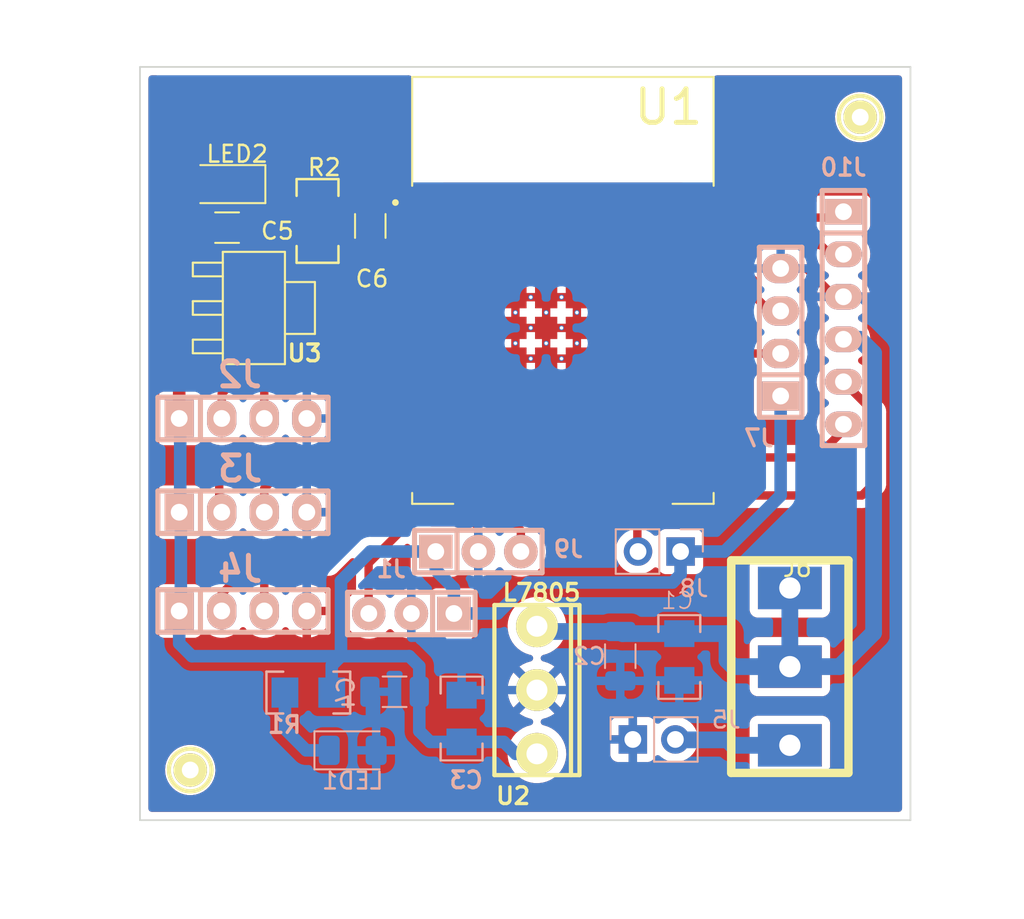
<source format=kicad_pcb>
(kicad_pcb (version 20211014) (generator pcbnew)
  (layers (0 "F.Cu" signal) (31 "B.Cu" signal) (34 "B.Paste" user) (35 "F.Paste" user) (36 "B.SilkS" user "B.Silkscreen") (37 "F.SilkS" user "F.Silkscreen") (38 "B.Mask" user) (39 "F.Mask" user) (44 "Edge.Cuts" user))
  (net 0 "")
  (net 1 "GND")
  (net 2 "+7.5V")
  (net 3 "+5V")
  (net 4 "+3V3")
  (net 5 "/Echo")
  (net 6 "/Trig1")
  (net 7 "/Echo2")
  (net 8 "/Trig2")
  (net 9 "/Echo3")
  (net 10 "/Trig3")
  (net 11 "/VBAT")
  (net 12 "/TX")
  (net 13 "/RX")
  (net 14 "/BOTON")
  (net 15 "/D0")
  (net 16 "/D0B")
  (net 17 "/IN4")
  (net 18 "/IN3")
  (net 19 "/IN2")
  (net 20 "/IN1")
  (net 21 "Net-(LED1-Pad1)")
  (net 22 "Net-(LED2-Pad1)")
  (net 40 "Net-(C6-Pad1)")
  (footprint "Capacitor_SMD:C_1206_3216Metric" (layer "F.Cu") (at 121.2 84.6)
    (fp_text reference "C5" (at 3 0.2 180) (layer "F.SilkS"))
    (fp_text value "100nF")
    (fp_line (start -0.711252 0.91) (end 0.711252 0.91) (layer "F.SilkS") (width 0.12))
    (fp_line (start -0.711252 -0.91) (end 0.711252 -0.91) (layer "F.SilkS") (width 0.12))
    (pad "1" smd roundrect (at -1.475 0) (size 1.15 1.8) (layers "F.Cu" "F.Paste" "F.Mask") (roundrect_rratio 0.2173913043) (net 1 "GND"))
    (pad "2" smd roundrect (at 1.475 0) (size 1.15 1.8) (layers "F.Cu" "F.Paste" "F.Mask") (roundrect_rratio 0.2173913043) (net 4 "+3V3"))
  )
  (footprint "Capacitor_SMD:C_1206_3216Metric" (layer "F.Cu") (at 129.75 84.5 90)
    (fp_text reference "C6" (at -3.15 0.1) (layer "F.SilkS"))
    (fp_text value "1uF")
    (fp_line (start -0.711252 0.91) (end 0.711252 0.91) (layer "F.SilkS") (width 0.12))
    (fp_line (start -0.711252 -0.91) (end 0.711252 -0.91) (layer "F.SilkS") (width 0.12))
    (pad "1" smd roundrect (at -1.475 0 90) (size 1.15 1.8) (layers "F.Cu" "F.Paste" "F.Mask") (roundrect_rratio 0.2173913043) (net 40 "Net-(C6-Pad1)"))
    (pad "2" smd roundrect (at 1.475 0 90) (size 1.15 1.8) (layers "F.Cu" "F.Paste" "F.Mask") (roundrect_rratio 0.2173913043) (net 1 "GND"))
  )
  (footprint "EESTN5:pad_2mm" (layer "F.Cu") (at 119 117)
    (fp_text reference "H2" hide)
    (fp_text value "Mounting_Hole" hide)
    (fp_circle (center 0 0) (end 1.27 -0.127) (layer "F.SilkS") (width 0.254) (fill none))
    (pad "1" thru_hole circle locked (at 0 0) (size 1.99898 1.99898) (drill 1.00076) (layers *.Cu *.Mask "F.SilkS"))
  )
  (footprint "EESTN5:SOT223" (layer "F.Cu") (at 122.8 89.4 -90)
    (fp_text reference "U3" (at 2.7 -3.025) (layer "F.SilkS") (effects (font (size 1.00076 1.00076) (thickness 0.20066))))
    (fp_text value "LM1117-SOT" hide)
    (fp_line (start -1.8923 3.6449) (end -1.8923 1.8542) (layer "F.SilkS") (width 0.127))
    (fp_line (start -0.4064 3.6449) (end -0.4064 1.8542) (layer "F.SilkS") (width 0.127))
    (fp_line (start 2.7051 3.6449) (end 2.7051 1.8542) (layer "F.SilkS") (width 0.127))
    (fp_line (start 3.3528 -1.8542) (end 3.3528 1.8542) (layer "F.SilkS") (width 0.127))
    (fp_line (start -3.3528 1.8542) (end -3.3528 -1.8542) (layer "F.SilkS") (width 0.127))
    (fp_line (start 0.4064 3.6449) (end 0.4064 1.8542) (layer "F.SilkS") (width 0.127))
    (fp_line (start -3.3528 -1.8542) (end 3.3528 -1.8542) (layer "F.SilkS") (width 0.127))
    (fp_line (start 1.8923 3.6449) (end 2.7051 3.6449) (layer "F.SilkS") (width 0.127))
    (fp_line (start 3.3528 1.8542) (end -3.3528 1.8542) (layer "F.SilkS") (width 0.127))
    (fp_line (start -2.7051 3.6449) (end -1.8923 3.6449) (layer "F.SilkS") (width 0.127))
    (fp_line (start -0.4064 3.6449) (end 0.4064 3.6449) (layer "F.SilkS") (width 0.127))
    (fp_line (start -1.5494 -3.6449) (end 1.5494 -3.6449) (layer "F.SilkS") (width 0.127))
    (fp_line (start -2.7051 3.6449) (end -2.7051 1.8542) (layer "F.SilkS") (width 0.127))
    (fp_line (start 1.5494 -3.6449) (end 1.5494 -1.8542) (layer "F.SilkS") (width 0.127))
    (fp_line (start 1.8923 3.6449) (end 1.8923 1.8542) (layer "F.SilkS") (width 0.127))
    (fp_line (start -1.5494 -3.6449) (end -1.5494 -1.8542) (layer "F.SilkS") (width 0.127))
    (pad "1" smd rect locked (at -2.3 3.3 270) (size 1 2.4) (layers "F.Cu" "F.Paste" "F.Mask") (net 1 "GND"))
    (pad "2" smd rect locked (at 0 3.3 270) (size 1 2.4) (layers "F.Cu" "F.Paste" "F.Mask") (net 4 "+3V3"))
    (pad "3" smd rect locked (at 2.3 3.3 270) (size 1 2.4) (layers "F.Cu" "F.Paste" "F.Mask") (net 3 "+5V"))
    (pad "4" smd rect locked (at 0 -3.15 270) (size 3.8 2.4) (layers "F.Cu" "F.Paste" "F.Mask") (net 4 "+3V3"))
  )
  (footprint "EESTN5:SW_SPDT_TH_Vertical" (layer "F.Cu") (at 154.8 110.825 180)
    (fp_text reference "J6" (at -0.45 5.875) (layer "F.SilkS"))
    (fp_text value "SWITCH" hide)
    (fp_line (start -3.5 -6.35) (end -3.5 6.35) (layer "F.SilkS") (width 0.5))
    (fp_line (start 3.5 -6.35) (end 3.5 6.35) (layer "F.SilkS") (width 0.508))
    (fp_line (start -3.5 6.35) (end 3.5 6.35) (layer "F.SilkS") (width 0.508))
    (fp_line (start 3.5 -6.35) (end -3.5 -6.35) (layer "F.SilkS") (width 0.5))
    (pad "1" thru_hole rect locked (at 0 -4.7 180) (size 3.81 2.54) (drill 1.27) (layers *.Cu *.Mask) (net 11 "/VBAT"))
    (pad "2" thru_hole rect locked (at 0 0 180) (size 3.81 2.54) (drill 1.27) (layers *.Cu *.Mask) (net 2 "+7.5V"))
    (pad "3" thru_hole rect locked (at 0 4.7 180) (size 3.81 2.54) (drill 1.27) (layers *.Cu *.Mask) (net 2 "+7.5V"))
  )
  (footprint "chip2:Chipesp32" (layer "F.Cu") (at 141.25 88.35)
    (fp_text reference "U1" (at 6.3 -10.95) (layer "F.SilkS") (effects (font (size 2 2) (thickness 0.3))))
    (fp_text value "ESP32-WROOM-32")
    (fp_line (start -9 12.1) (end -9 12.75) (layer "F.SilkS") (width 0.127))
    (fp_line (start 9 12.75) (end 9 12.1) (layer "F.SilkS") (width 0.127))
    (fp_line (start -9 12.75) (end -6.55 12.75) (layer "F.SilkS") (width 0.127))
    (fp_line (start -9 -12.75) (end 9 -12.75) (layer "F.SilkS") (width 0.127))
    (fp_line (start 9 -12.75) (end 9 -6.25) (layer "F.SilkS") (width 0.127))
    (fp_line (start -9 -6.25) (end -9 -12.75) (layer "F.SilkS") (width 0.127))
    (fp_line (start 6.55 12.75) (end 9 12.75) (layer "F.SilkS") (width 0.127))
    (fp_circle (center -10 -5.25) (end -9.9 -5.25) (layer "F.SilkS") (width 0.2) (fill none))
    (pad "1" smd rect locked (at -8.5 -5.26) (size 2 0.9) (layers "F.Cu" "F.Paste" "F.Mask") (net 1 "GND"))
    (pad "2" smd rect locked (at -8.5 -3.99) (size 2 0.9) (layers "F.Cu" "F.Paste" "F.Mask") (net 4 "+3V3"))
    (pad "3" smd rect locked (at -8.5 -2.72) (size 2 0.9) (layers "F.Cu" "F.Paste" "F.Mask") (net 40 "Net-(C6-Pad1)"))
    (pad "4" smd rect locked (at -8.5 -1.45) (size 2 0.9) (layers "F.Cu" "F.Paste" "F.Mask"))
    (pad "5" smd rect locked (at -8.5 -0.18) (size 2 0.9) (layers "F.Cu" "F.Paste" "F.Mask"))
    (pad "6" smd rect locked (at -8.5 1.09) (size 2 0.9) (layers "F.Cu" "F.Paste" "F.Mask") (net 5 "/Echo"))
    (pad "7" smd rect locked (at -8.5 2.36) (size 2 0.9) (layers "F.Cu" "F.Paste" "F.Mask"))
    (pad "8" smd rect locked (at -8.5 3.63) (size 2 0.9) (layers "F.Cu" "F.Paste" "F.Mask") (net 6 "/Trig1"))
    (pad "9" smd rect locked (at -8.5 4.9) (size 2 0.9) (layers "F.Cu" "F.Paste" "F.Mask") (net 7 "/Echo2"))
    (pad "10" smd rect locked (at -8.5 6.17) (size 2 0.9) (layers "F.Cu" "F.Paste" "F.Mask") (net 8 "/Trig2"))
    (pad "11" smd rect locked (at -8.5 7.44) (size 2 0.9) (layers "F.Cu" "F.Paste" "F.Mask") (net 9 "/Echo3"))
    (pad "12" smd rect locked (at -8.5 8.71) (size 2 0.9) (layers "F.Cu" "F.Paste" "F.Mask") (net 10 "/Trig3"))
    (pad "13" smd rect locked (at -8.5 9.98) (size 2 0.9) (layers "F.Cu" "F.Paste" "F.Mask"))
    (pad "14" smd rect locked (at -8.5 11.25) (size 2 0.9) (layers "F.Cu" "F.Paste" "F.Mask") (net 15 "/D0"))
    (pad "15" smd rect locked (at -5.715 12.25) (size 0.9 2) (layers "F.Cu" "F.Paste" "F.Mask") (net 1 "GND"))
    (pad "16" smd rect locked (at -4.445 12.25) (size 0.9 2) (layers "F.Cu" "F.Paste" "F.Mask") (net 16 "/D0B"))
    (pad "17" smd rect locked (at -3.175 12.25) (size 0.9 2) (layers "F.Cu" "F.Paste" "F.Mask"))
    (pad "18" smd rect locked (at -1.905 12.25) (size 0.9 2) (layers "F.Cu" "F.Paste" "F.Mask"))
    (pad "19" smd rect locked (at -0.635 12.25) (size 0.9 2) (layers "F.Cu" "F.Paste" "F.Mask"))
    (pad "20" smd rect locked (at 0.635 12.25) (size 0.9 2) (layers "F.Cu" "F.Paste" "F.Mask"))
    (pad "21" smd rect locked (at 1.905 12.25) (size 0.9 2) (layers "F.Cu" "F.Paste" "F.Mask"))
    (pad "22" smd rect locked (at 3.175 12.25) (size 0.9 2) (layers "F.Cu" "F.Paste" "F.Mask"))
    (pad "23" smd rect locked (at 4.445 12.25) (size 0.9 2) (layers "F.Cu" "F.Paste" "F.Mask") (net 14 "/BOTON"))
    (pad "24" smd rect locked (at 5.715 12.25) (size 0.9 2) (layers "F.Cu" "F.Paste" "F.Mask") (net 19 "/IN2"))
    (pad "25" smd rect locked (at 8.5 11.25) (size 2 0.9) (layers "F.Cu" "F.Paste" "F.Mask"))
    (pad "26" smd rect locked (at 8.5 9.98) (size 2 0.9) (layers "F.Cu" "F.Paste" "F.Mask") (net 20 "/IN1"))
    (pad "27" smd rect locked (at 8.5 8.71) (size 2 0.9) (layers "F.Cu" "F.Paste" "F.Mask"))
    (pad "28" smd rect locked (at 8.5 7.44) (size 2 0.9) (layers "F.Cu" "F.Paste" "F.Mask"))
    (pad "29" smd rect locked (at 8.5 6.17) (size 2 0.9) (layers "F.Cu" "F.Paste" "F.Mask"))
    (pad "30" smd rect locked (at 8.5 4.9) (size 2 0.9) (layers "F.Cu" "F.Paste" "F.Mask"))
    (pad "31" smd rect locked (at 8.5 3.63) (size 2 0.9) (layers "F.Cu" "F.Paste" "F.Mask"))
    (pad "32" smd rect locked (at 8.5 2.36) (size 2 0.9) (layers "F.Cu" "F.Paste" "F.Mask"))
    (pad "33" smd rect locked (at 8.5 1.09) (size 2 0.9) (layers "F.Cu" "F.Paste" "F.Mask"))
    (pad "34" smd rect locked (at 8.5 -0.18) (size 2 0.9) (layers "F.Cu" "F.Paste" "F.Mask") (net 13 "/RX"))
    (pad "35" smd rect locked (at 8.5 -1.45) (size 2 0.9) (layers "F.Cu" "F.Paste" "F.Mask") (net 12 "/TX"))
    (pad "36" smd rect locked (at 8.5 -2.72) (size 2 0.9) (layers "F.Cu" "F.Paste" "F.Mask") (net 18 "/IN3"))
    (pad "37" smd rect locked (at 8.5 -3.99) (size 2 0.9) (layers "F.Cu" "F.Paste" "F.Mask") (net 17 "/IN4"))
    (pad "38" smd rect locked (at 8.5 -5.26) (size 2 0.9) (layers "F.Cu" "F.Paste" "F.Mask") (net 1 "GND"))
    (pad "39_1" smd rect locked (at -2.835 0.405) (size 1.33 1.33) (layers "F.Cu" "F.Paste" "F.Mask") (net 1 "GND"))
    (pad "39_2" smd rect locked (at -1 0.405) (size 1.33 1.33) (layers "F.Cu" "F.Paste" "F.Mask") (net 1 "GND"))
    (pad "39_3" smd rect locked (at 0.835 0.405) (size 1.33 1.33) (layers "F.Cu" "F.Paste" "F.Mask") (net 1 "GND"))
    (pad "39_4" smd rect locked (at -2.835 2.24) (size 1.33 1.33) (layers "F.Cu" "F.Paste" "F.Mask") (net 1 "GND"))
    (pad "39_5" smd rect locked (at -1 2.24) (size 1.33 1.33) (layers "F.Cu" "F.Paste" "F.Mask") (net 1 "GND"))
    (pad "39_6" smd rect locked (at 0.835 2.24) (size 1.33 1.33) (layers "F.Cu" "F.Paste" "F.Mask") (net 1 "GND"))
    (pad "39_7" smd rect locked (at -2.835 4.075) (size 1.33 1.33) (layers "F.Cu" "F.Paste" "F.Mask") (net 1 "GND"))
    (pad "39_8" smd rect locked (at -1 4.075) (size 1.33 1.33) (layers "F.Cu" "F.Paste" "F.Mask") (net 1 "GND"))
    (pad "39_9" smd rect locked (at 0.835 4.075) (size 1.33 1.33) (layers "F.Cu" "F.Paste" "F.Mask") (net 1 "GND"))
    (pad "39_10" thru_hole circle locked (at -1.9175 0.405) (size 0.3 0.3) (drill 0.2) (layers *.Cu *.Mask) (net 1 "GND"))
    (pad "39_11" thru_hole circle locked (at -0.0825 0.405) (size 0.3 0.3) (drill 0.2) (layers *.Cu *.Mask) (net 1 "GND"))
    (pad "39_12" thru_hole circle locked (at -2.835 1.3225) (size 0.3 0.3) (drill 0.2) (layers *.Cu *.Mask) (net 1 "GND"))
    (pad "39_13" thru_hole circle locked (at -1 1.3225) (size 0.3 0.3) (drill 0.2) (layers *.Cu *.Mask) (net 1 "GND"))
    (pad "39_14" thru_hole circle locked (at 0.835 1.3225) (size 0.3 0.3) (drill 0.2) (layers *.Cu *.Mask) (net 1 "GND"))
    (pad "39_15" thru_hole circle locked (at -1.9175 2.24) (size 0.3 0.3) (drill 0.2) (layers *.Cu *.Mask) (net 1 "GND"))
    (pad "39_16" thru_hole circle locked (at -0.0825 2.24) (size 0.3 0.3) (drill 0.2) (layers *.Cu *.Mask) (net 1 "GND"))
    (pad "39_17" thru_hole circle locked (at -2.835 3.1575) (size 0.3 0.3) (drill 0.2) (layers *.Cu *.Mask) (net 1 "GND"))
    (pad "39_18" thru_hole circle locked (at -1 3.1575) (size 0.3 0.3) (drill 0.2) (layers *.Cu *.Mask) (net 1 "GND"))
    (pad "39_19" thru_hole circle locked (at 0.835 3.1575) (size 0.3 0.3) (drill 0.2) (layers *.Cu *.Mask) (net 1 "GND"))
    (pad "39_20" thru_hole circle locked (at -1.9175 4.075) (size 0.3 0.3) (drill 0.2) (layers *.Cu *.Mask) (net 1 "GND"))
    (pad "39_21" thru_hole circle locked (at -0.0825 4.075) (size 0.3 0.3) (drill 0.2) (layers *.Cu *.Mask) (net 1 "GND"))
    (zone (net 0) (net_name "") (layer "F.Cu") (connect_pads (clearance 0)) (min_thickness 0.01)
      (keepout (tracks not_allowed) (vias not_allowed) (pads not_allowed) (copperpour not_allowed) (footprints allowed))
      (fill (thermal_gap 0.508) (thermal_bridge_width 0.508))
      (polygon (pts (xy 132.25 75.6) (xy 150.25 75.6) (xy 150.25 81.9) (xy 132.25 81.9)))
    )
    (zone (net 0) (net_name "") (layer "B.Cu") (connect_pads (clearance 0)) (min_thickness 0.01)
      (keepout (tracks not_allowed) (vias not_allowed) (pads not_allowed) (copperpour not_allowed) (footprints allowed))
      (fill (thermal_gap 0.508) (thermal_bridge_width 0.508))
      (polygon (pts (xy 132.25 75.6) (xy 150.25 75.6) (xy 150.25 81.9) (xy 132.25 81.9)))
    )
  )
  (footprint "LED_SMD:LED_1206_3216Metric" (layer "F.Cu") (at 121.2 82 180)
    (fp_text reference "LED2" (at -0.6 1.8 180) (layer "F.SilkS"))
    (fp_text value "2V" hide)
    (fp_line (start -2.285 1.135) (end 1.6 1.135) (layer "F.SilkS") (width 0.12))
    (fp_line (start 1.6 -1.135) (end -2.285 -1.135) (layer "F.SilkS") (width 0.12))
    (fp_line (start -2.285 -1.135) (end -2.285 1.135) (layer "F.SilkS") (width 0.12))
    (pad "1" smd roundrect (at -1.4 0 180) (size 1.25 1.75) (layers "F.Cu" "F.Paste" "F.Mask") (roundrect_rratio 0.2) (net 22 "Net-(LED2-Pad1)"))
    (pad "2" smd roundrect (at 1.4 0 180) (size 1.25 1.75) (layers "F.Cu" "F.Paste" "F.Mask") (roundrect_rratio 0.2) (net 1 "GND"))
  )
  (footprint "EESTN5:to220" (layer "F.Cu") (at 139.7 112.225 -90)
    (fp_text reference "U2" (at 6.325 1.425) (layer "F.SilkS") (effects (font (thickness 0.2))))
    (fp_text value "L7805" (at -5.825 -0.275) (layer "F.SilkS") (effects (font (thickness 0.2))))
    (fp_line (start -5.08 -1.27) (end -5.08 2.54) (layer "F.SilkS") (width 0.254))
    (fp_line (start -5.08 -2.032) (end 5.08 -2.032) (layer "F.SilkS") (width 0.254))
    (fp_line (start -5.08 -2.54) (end -5.08 -1.27) (layer "F.SilkS") (width 0.254))
    (fp_line (start 5.08 -2.54) (end -5.08 -2.54) (layer "F.SilkS") (width 0.254))
    (fp_line (start -5.08 2.54) (end 5.08 2.54) (layer "F.SilkS") (width 0.254))
    (fp_line (start 5.08 2.54) (end 5.08 -2.54) (layer "F.SilkS") (width 0.254))
    (pad "1" thru_hole circle locked (at -3.81 0 270) (size 2.49936 2.49936) (drill 1.24968) (layers *.Cu *.Mask "F.SilkS") (net 2 "+7.5V"))
    (pad "2" thru_hole circle locked (at 0 0 270) (size 2.49936 2.49936) (drill 1.24968) (layers *.Cu *.Mask "F.SilkS") (net 1 "GND"))
    (pad "3" thru_hole circle locked (at 3.81 0 270) (size 2.49936 2.49936) (drill 1.24968) (layers *.Cu *.Mask "F.SilkS") (net 3 "+5V"))
  )
  (footprint "EESTN5:pad_2mm" (layer "F.Cu") (at 159 78 180)
    (fp_text reference "H1" hide)
    (fp_text value "Mounting_Hole" hide)
    (fp_circle (center 0 0) (end 1.27 -0.127) (layer "F.SilkS") (width 0.254) (fill none))
    (pad "1" thru_hole circle locked (at 0 0 180) (size 1.99898 1.99898) (drill 1.00076) (layers *.Cu *.Mask "F.SilkS"))
  )
  (footprint "EESTN5:R_1206" (layer "F.Cu") (at 126.6 84.2 90)
    (fp_text reference "R2" (at 3.2 0.4 180) (layer "F.SilkS"))
    (fp_text value "330" hide)
    (fp_line (start -1.5 -1.25) (end -2.5 -1.25) (layer "F.SilkS") (width 0.15))
    (fp_line (start 2.5 1.25) (end 2.5 -1.25) (layer "F.SilkS") (width 0.15))
    (fp_line (start 1.5 1.25) (end 2.5 1.25) (layer "F.SilkS") (width 0.15))
    (fp_line (start 1.5 -1.25) (end 2.5 -1.25) (layer "F.SilkS") (width 0.15))
    (fp_line (start -2.5 1.25) (end -1.5 1.25) (layer "F.SilkS") (width 0.15))
    (fp_line (start -2.5 -1.25) (end -2.5 1.25) (layer "F.SilkS") (width 0.15))
    (pad "1" smd rect locked (at 1.397 0 90) (size 1.6002 1.8034) (layers "F.Cu" "F.Paste" "F.Mask") (net 22 "Net-(LED2-Pad1)"))
    (pad "2" smd rect locked (at -1.397 0 90) (size 1.6002 1.8034) (layers "F.Cu" "F.Paste" "F.Mask") (net 4 "+3V3"))
  )
  (footprint "EESTN5:Pin_Header_6" (layer "B.Cu") (at 158 90 -90)
    (fp_text reference "J10" (at -9 0 180) (layer "B.SilkS") (effects (font (size 1.016 1.016) (thickness 0.2032)) (justify mirror)))
    (fp_text value "Input of Driver L9110" hide)
    (fp_line (start -7.62 -1.27) (end -7.62 1.27) (layer "B.SilkS") (width 0.3048))
    (fp_line (start 7.62 1.27) (end 7.62 -1.27) (layer "B.SilkS") (width 0.3048))
    (fp_line (start 7.62 -1.27) (end -7.62 -1.27) (layer "B.SilkS") (width 0.3048))
    (fp_line (start -5.08 1.27) (end -5.08 -1.27) (layer "B.SilkS") (width 0.3048))
    (fp_line (start -7.62 1.27) (end 7.62 1.27) (layer "B.SilkS") (width 0.3048))
    (pad "1" thru_hole rect locked (at -6.35 0 270) (size 1.524 2.19964) (drill 1.00076) (layers *.Cu *.Mask "B.SilkS") (net 17 "/IN4"))
    (pad "2" thru_hole oval locked (at -3.81 0 270) (size 1.524 2.19964) (drill 1.00076) (layers *.Cu *.Mask "B.SilkS") (net 18 "/IN3"))
    (pad "3" thru_hole oval locked (at -1.27 0 270) (size 1.524 2.19964) (drill 1.00076) (layers *.Cu *.Mask "B.SilkS") (net 1 "GND"))
    (pad "4" thru_hole oval locked (at 1.27 0 270) (size 1.524 2.19964) (drill 1.00076) (layers *.Cu *.Mask "B.SilkS") (net 2 "+7.5V"))
    (pad "5" thru_hole oval locked (at 3.81 0 270) (size 1.524 2.19964) (drill 1.00076) (layers *.Cu *.Mask "B.SilkS") (net 19 "/IN2"))
    (pad "6" thru_hole oval locked (at 6.35 0 270) (size 1.524 2.19964) (drill 1.00076) (layers *.Cu *.Mask "B.SilkS") (net 20 "/IN1"))
  )
  (footprint "EESTN5:R_1206" (layer "B.Cu") (at 126.05 112.375 180)
    (fp_text reference "R1" (at 1.425 -1.925) (layer "B.SilkS") (effects (font (thickness 0.2)) (justify mirror)))
    (fp_text value "470" hide)
    (fp_line (start -2.5 -1.25) (end -1.5 -1.25) (layer "B.SilkS") (width 0.15))
    (fp_line (start 2.5 -1.25) (end 2.5 1.25) (layer "B.SilkS") (width 0.15))
    (fp_line (start 1.5 -1.25) (end 2.5 -1.25) (layer "B.SilkS") (width 0.15))
    (fp_line (start -1.5 1.25) (end -2.5 1.25) (layer "B.SilkS") (width 0.15))
    (fp_line (start 1.5 1.25) (end 2.5 1.25) (layer "B.SilkS") (width 0.15))
    (fp_line (start -2.5 1.25) (end -2.5 -1.25) (layer "B.SilkS") (width 0.15))
    (pad "1" smd rect locked (at 1.397 0 180) (size 1.6002 1.8034) (layers "B.Cu" "B.Paste" "B.Mask") (net 21 "Net-(LED1-Pad1)"))
    (pad "2" smd rect locked (at -1.397 0 180) (size 1.6002 1.8034) (layers "B.Cu" "B.Paste" "B.Mask") (net 3 "+5V"))
  )
  (footprint "EESTN5:C_1206" (layer "B.Cu") (at 135.2 113.925 -90)
    (fp_text reference "C3" (at 3.675 -0.275) (layer "B.SilkS") (effects (font (thickness 0.2)) (justify mirror)))
    (fp_text value "10uF" hide)
    (fp_line (start 2.5 -1.25) (end 2.5 1.25) (layer "B.SilkS") (width 0.127))
    (fp_line (start 1.5 1.25) (end 2.5 1.25) (layer "B.SilkS") (width 0.15))
    (fp_line (start 1.5 -1.25) (end 2.5 -1.25) (layer "B.SilkS") (width 0.15))
    (fp_line (start -1.5 1.25) (end -2.5 1.25) (layer "B.SilkS") (width 0.15))
    (fp_line (start -1.5 -1.25) (end -2.5 -1.25) (layer "B.SilkS") (width 0.15))
    (fp_line (start -2.5 1.25) (end -2.5 -1.25) (layer "B.SilkS") (width 0.127))
    (pad "1" smd rect locked (at 1.397 0 270) (size 1.6002 1.8034) (layers "B.Cu" "B.Paste" "B.Mask") (net 3 "+5V"))
    (pad "2" smd rect locked (at -1.397 0 270) (size 1.6002 1.8034) (layers "B.Cu" "B.Paste" "B.Mask") (net 1 "GND"))
  )
  (footprint "EESTN5:pin_strip_4" (layer "B.Cu") (at 154.25 90.85 90)
    (fp_text reference "J7" (at -6.325 -1.3) (layer "B.SilkS") (effects (font (thickness 0.2)) (justify mirror)))
    (fp_text value "Programador" hide)
    (fp_line (start 5.08 1.27) (end 5.08 -1.27) (layer "B.SilkS") (width 0.3048))
    (fp_line (start -5.08 -1.27) (end -5.08 1.27) (layer "B.SilkS") (width 0.3048))
    (fp_line (start -2.54 1.27) (end -2.54 -1.27) (layer "B.SilkS") (width 0.3048))
    (fp_line (start -5.08 1.27) (end 5.08 1.27) (layer "B.SilkS") (width 0.3048))
    (fp_line (start 5.08 -1.27) (end -5.08 -1.27) (layer "B.SilkS") (width 0.3048))
    (pad "1" thru_hole rect locked (at -3.81 0 90) (size 1.75 2.2) (drill 1.00076) (layers *.Cu *.Mask "B.SilkS") (net 3 "+5V"))
    (pad "2" thru_hole oval locked (at -1.27 0 90) (size 1.75 2.2) (drill 1.00076) (layers *.Cu *.Mask "B.SilkS") (net 13 "/RX"))
    (pad "3" thru_hole oval locked (at 1.27 0 90) (size 1.75 2.2) (drill 1.00076) (layers *.Cu *.Mask "B.SilkS") (net 12 "/TX"))
    (pad "4" thru_hole oval locked (at 3.81 0 90) (size 1.75 2.2) (drill 1.00076) (layers *.Cu *.Mask "B.SilkS") (net 1 "GND"))
  )
  (footprint "EESTN5:C_1206" (layer "B.Cu") (at 148.2 110.25 90)
    (fp_text reference "C1" (at 3.375 -0.125) (layer "B.SilkS") (effects (font (thickness 0.1)) (justify mirror)))
    (fp_text value "220uF" hide)
    (fp_line (start 1.5 1.25) (end 2.5 1.25) (layer "B.SilkS") (width 0.15))
    (fp_line (start -2.5 1.25) (end -2.5 -1.25) (layer "B.SilkS") (width 0.127))
    (fp_line (start 2.5 -1.25) (end 2.5 1.25) (layer "B.SilkS") (width 0.127))
    (fp_line (start 1.5 -1.25) (end 2.5 -1.25) (layer "B.SilkS") (width 0.15))
    (fp_line (start -1.5 1.25) (end -2.5 1.25) (layer "B.SilkS") (width 0.15))
    (fp_line (start -1.5 -1.25) (end -2.5 -1.25) (layer "B.SilkS") (width 0.15))
    (pad "1" smd rect locked (at 1.397 0 90) (size 1.6002 1.8034) (layers "B.Cu" "B.Paste" "B.Mask") (net 2 "+7.5V"))
    (pad "2" smd rect locked (at -1.397 0 90) (size 1.6002 1.8034) (layers "B.Cu" "B.Paste" "B.Mask") (net 1 "GND"))
  )
  (footprint "Connector_PinSocket_2.54mm:PinSocket_1x02_P2.54mm_Vertical" (layer "B.Cu") (at 148.275 103.95 90)
    (fp_text reference "J8" (at -2.2 0.8) (layer "B.SilkS") (effects (justify mirror)))
    (fp_text value "BOTON")
    (fp_line (start -1.33 -1.27) (end -1.33 -3.87) (layer "B.SilkS") (width 0.12))
    (fp_line (start 0 1.33) (end 1.33 1.33) (layer "B.SilkS") (width 0.12))
    (fp_line (start 1.33 -1.27) (end 1.33 -3.87) (layer "B.SilkS") (width 0.12))
    (fp_line (start 1.33 1.33) (end 1.33 0) (layer "B.SilkS") (width 0.12))
    (fp_line (start -1.33 -1.27) (end 1.33 -1.27) (layer "B.SilkS") (width 0.12))
    (fp_line (start -1.33 -3.87) (end 1.33 -3.87) (layer "B.SilkS") (width 0.12))
    (pad "1" thru_hole rect (at 0 0 90) (size 1.7 1.7) (drill 1) (layers *.Cu *.Mask) (net 3 "+5V"))
    (pad "2" thru_hole oval (at 0 -2.54 90) (size 1.7 1.7) (drill 1) (layers *.Cu *.Mask) (net 14 "/BOTON"))
  )
  (footprint "EESTN5:pin_strip_4" (layer "B.Cu") (at 122.15 101.6)
    (fp_text reference "J3" (at -0.17 -2.6) (layer "B.SilkS") (effects (font (size 1.5 1.5) (thickness 0.3)) (justify mirror)))
    (fp_text value "HC_SRO4" hide)
    (fp_line (start -5.08 -1.27) (end -5.08 1.27) (layer "B.SilkS") (width 0.3048))
    (fp_line (start -2.54 1.27) (end -2.54 -1.27) (layer "B.SilkS") (width 0.3048))
    (fp_line (start -5.08 1.27) (end 5.08 1.27) (layer "B.SilkS") (width 0.3048))
    (fp_line (start 5.08 1.27) (end 5.08 -1.27) (layer "B.SilkS") (width 0.3048))
    (fp_line (start 5.08 -1.27) (end -5.08 -1.27) (layer "B.SilkS") (width 0.3048))
    (pad "1" thru_hole rect locked (at -3.81 0) (size 1.75 2.2) (drill 1.00076) (layers *.Cu *.Mask "B.SilkS") (net 3 "+5V"))
    (pad "2" thru_hole oval locked (at -1.27 0) (size 1.75 2.2) (drill 1.00076) (layers *.Cu *.Mask "B.SilkS") (net 7 "/Echo2"))
    (pad "3" thru_hole oval locked (at 1.27 0) (size 1.75 2.2) (drill 1.00076) (layers *.Cu *.Mask "B.SilkS") (net 8 "/Trig2"))
    (pad "4" thru_hole oval locked (at 3.81 0) (size 1.75 2.2) (drill 1.00076) (layers *.Cu *.Mask "B.SilkS") (net 1 "GND"))
  )
  (footprint "Connector_PinHeader_2.54mm:PinHeader_1x02_P2.54mm_Vertical" (layer "B.Cu") (at 145.425 115.175 -90)
    (fp_text reference "J5" (at -1.175 -5.575) (layer "B.SilkS") (effects (justify mirror)))
    (fp_text value "CableAlimentacion")
    (fp_line (start -1.33 -1.27) (end 1.33 -1.27) (layer "B.SilkS") (width 0.12))
    (fp_line (start -1.33 -1.27) (end -1.33 -3.87) (layer "B.SilkS") (width 0.12))
    (fp_line (start -1.33 1.33) (end 0 1.33) (layer "B.SilkS") (width 0.12))
    (fp_line (start -1.33 0) (end -1.33 1.33) (layer "B.SilkS") (width 0.12))
    (fp_line (start -1.33 -3.87) (end 1.33 -3.87) (layer "B.SilkS") (width 0.12))
    (fp_line (start 1.33 -1.27) (end 1.33 -3.87) (layer "B.SilkS") (width 0.12))
    (pad "1" thru_hole rect (at 0 0 270) (size 1.7 1.7) (drill 1) (layers *.Cu *.Mask) (net 1 "GND"))
    (pad "2" thru_hole oval (at 0 -2.54 270) (size 1.7 1.7) (drill 1) (layers *.Cu *.Mask) (net 11 "/VBAT"))
  )
  (footprint "Capacitor_SMD:C_1206_3216Metric" (layer "B.Cu") (at 144.675 110.2 -90)
    (fp_text reference "C2" (at 0 1.85) (layer "B.SilkS") (effects (justify mirror)))
    (fp_text value "100nF")
    (fp_line (start -0.711252 -0.91) (end 0.711252 -0.91) (layer "B.SilkS") (width 0.12))
    (fp_line (start -0.711252 0.91) (end 0.711252 0.91) (layer "B.SilkS") (width 0.12))
    (pad "1" smd roundrect (at -1.475 0 270) (size 1.15 1.8) (layers "B.Cu" "B.Paste" "B.Mask") (roundrect_rratio 0.2173913043) (net 2 "+7.5V"))
    (pad "2" smd roundrect (at 1.475 0 270) (size 1.15 1.8) (layers "B.Cu" "B.Paste" "B.Mask") (roundrect_rratio 0.2173913043) (net 1 "GND"))
  )
  (footprint "Capacitor_SMD:C_1206_3216Metric" (layer "B.Cu") (at 131.2 112.325)
    (fp_text reference "C4" (at -2.9 0.075 90) (layer "B.SilkS") (effects (justify mirror)))
    (fp_text value "100nF")
    (fp_line (start -0.711252 0.91) (end 0.711252 0.91) (layer "B.SilkS") (width 0.12))
    (fp_line (start -0.711252 -0.91) (end 0.711252 -0.91) (layer "B.SilkS") (width 0.12))
    (pad "1" smd roundrect (at -1.475 0) (size 1.15 1.8) (layers "B.Cu" "B.Paste" "B.Mask") (roundrect_rratio 0.2173913043) (net 1 "GND"))
    (pad "2" smd roundrect (at 1.475 0) (size 1.15 1.8) (layers "B.Cu" "B.Paste" "B.Mask") (roundrect_rratio 0.2173913043) (net 3 "+5V"))
  )
  (footprint "EESTN5:pin_strip_4" (layer "B.Cu") (at 122.15 96)
    (fp_text reference "J2" (at -0.2032 -2.625) (layer "B.SilkS") (effects (font (size 1.5 1.5) (thickness 0.3)) (justify mirror)))
    (fp_text value "HC_SRO4" hide)
    (fp_line (start -2.54 1.27) (end -2.54 -1.27) (layer "B.SilkS") (width 0.3048))
    (fp_line (start 5.08 1.27) (end 5.08 -1.27) (layer "B.SilkS") (width 0.3048))
    (fp_line (start 5.08 -1.27) (end -5.08 -1.27) (layer "B.SilkS") (width 0.3048))
    (fp_line (start -5.08 1.27) (end 5.08 1.27) (layer "B.SilkS") (width 0.3048))
    (fp_line (start -5.08 -1.27) (end -5.08 1.27) (layer "B.SilkS") (width 0.3048))
    (pad "1" thru_hole rect locked (at -3.81 0) (size 1.75 2.2) (drill 1.00076) (layers *.Cu *.Mask "B.SilkS") (net 3 "+5V"))
    (pad "2" thru_hole oval locked (at -1.27 0) (size 1.75 2.2) (drill 1.00076) (layers *.Cu *.Mask "B.SilkS") (net 5 "/Echo"))
    (pad "3" thru_hole oval locked (at 1.27 0) (size 1.75 2.2) (drill 1.00076) (layers *.Cu *.Mask "B.SilkS") (net 6 "/Trig1"))
    (pad "4" thru_hole oval locked (at 3.81 0) (size 1.75 2.2) (drill 1.00076) (layers *.Cu *.Mask "B.SilkS") (net 1 "GND"))
  )
  (footprint "EESTN5:Pin_Strip_3" (layer "B.Cu") (at 136.2 103.95)
    (fp_text reference "J9" (at 5.375 -0.15) (layer "B.SilkS") (effects (font (thickness 0.2)) (justify mirror)))
    (fp_text value "EncoderMotorIzquierda" hide)
    (fp_line (start 3.81 1.27) (end 3.81 -1.27) (layer "B.SilkS") (width 0.3048))
    (fp_line (start -3.81 1.27) (end -3.81 -1.27) (layer "B.SilkS") (width 0.3048))
    (fp_line (start 3.81 -1.27) (end -3.81 -1.27) (layer "B.SilkS") (width 0.3048))
    (fp_line (start -1.27 1.27) (end -1.27 -1.27) (layer "B.SilkS") (width 0.3048))
    (fp_line (start -3.81 1.27) (end 3.81 1.27) (layer "B.SilkS") (width 0.3048))
    (pad "1" thru_hole rect locked (at -2.54 0) (size 2 2) (drill 1) (layers *.Cu *.Mask "B.SilkS") (net 3 "+5V"))
    (pad "2" thru_hole oval locked (at 0 0) (size 2 2) (drill 1) (layers *.Cu *.Mask "B.SilkS") (net 1 "GND"))
    (pad "3" thru_hole oval locked (at 2.54 0) (size 2 2) (drill 1) (layers *.Cu *.Mask "B.SilkS") (net 16 "/D0B"))
  )
  (footprint "LED_SMD:LED_1206_3216Metric" (layer "B.Cu") (at 128.7 115.825)
    (fp_text reference "LED1" (at 0 1.82) (layer "B.SilkS") (effects (justify mirror)))
    (fp_text value "2V" hide)
    (fp_line (start 1.6 1.135) (end -2.285 1.135) (layer "B.SilkS") (width 0.12))
    (fp_line (start -2.285 -1.135) (end 1.6 -1.135) (layer "B.SilkS") (width 0.12))
    (fp_line (start -2.285 1.135) (end -2.285 -1.135) (layer "B.SilkS") (width 0.12))
    (pad "1" smd roundrect (at -1.4 0) (size 1.25 1.75) (layers "B.Cu" "B.Paste" "B.Mask") (roundrect_rratio 0.2) (net 21 "Net-(LED1-Pad1)"))
    (pad "2" smd roundrect (at 1.4 0) (size 1.25 1.75) (layers "B.Cu" "B.Paste" "B.Mask") (roundrect_rratio 0.2) (net 1 "GND"))
  )
  (footprint "EESTN5:pin_strip_4" (layer "B.Cu") (at 122.15 107.5)
    (fp_text reference "J4" (at -0.175 -2.5) (layer "B.SilkS") (effects (font (size 1.5 1.5) (thickness 0.3)) (justify mirror)))
    (fp_text value "HC_SRO4" hide)
    (fp_line (start -5.08 -1.27) (end -5.08 1.27) (layer "B.SilkS") (width 0.3048))
    (fp_line (start -2.54 1.27) (end -2.54 -1.27) (layer "B.SilkS") (width 0.3048))
    (fp_line (start -5.08 1.27) (end 5.08 1.27) (layer "B.SilkS") (width 0.3048))
    (fp_line (start 5.08 1.27) (end 5.08 -1.27) (layer "B.SilkS") (width 0.3048))
    (fp_line (start 5.08 -1.27) (end -5.08 -1.27) (layer "B.SilkS") (width 0.3048))
    (pad "1" thru_hole rect locked (at -3.81 0) (size 1.75 2.2) (drill 1.00076) (layers *.Cu *.Mask "B.SilkS") (net 3 "+5V"))
    (pad "2" thru_hole oval locked (at -1.27 0) (size 1.75 2.2) (drill 1.00076) (layers *.Cu *.Mask "B.SilkS") (net 9 "/Echo3"))
    (pad "3" thru_hole oval locked (at 1.27 0) (size 1.75 2.2) (drill 1.00076) (layers *.Cu *.Mask "B.SilkS") (net 10 "/Trig3"))
    (pad "4" thru_hole oval locked (at 3.81 0) (size 1.75 2.2) (drill 1.00076) (layers *.Cu *.Mask "B.SilkS") (net 1 "GND"))
  )
  (footprint "EESTN5:Pin_Strip_3" (layer "B.Cu") (at 132.2 107.65 180)
    (fp_text reference "J1" (at 1.2 2.65) (layer "B.SilkS") (effects (font (thickness 0.2)) (justify mirror)))
    (fp_text value "EncoderMotorDerecha" hide)
    (fp_line (start -1.27 1.27) (end -1.27 -1.27) (layer "B.SilkS") (width 0.3048))
    (fp_line (start 3.81 -1.27) (end -3.81 -1.27) (layer "B.SilkS") (width 0.3048))
    (fp_line (start -3.81 1.27) (end -3.81 -1.27) (layer "B.SilkS") (width 0.3048))
    (fp_line (start 3.81 1.27) (end 3.81 -1.27) (layer "B.SilkS") (width 0.3048))
    (fp_line (start -3.81 1.27) (end 3.81 1.27) (layer "B.SilkS") (width 0.3048))
    (pad "1" thru_hole rect locked (at -2.54 0 180) (size 2 2) (drill 1) (layers *.Cu *.Mask "B.SilkS") (net 3 "+5V"))
    (pad "2" thru_hole oval locked (at 0 0 180) (size 2 2) (drill 1) (layers *.Cu *.Mask "B.SilkS") (net 1 "GND"))
    (pad "3" thru_hole oval locked (at 2.54 0 180) (size 2 2) (drill 1) (layers *.Cu *.Mask "B.SilkS") (net 15 "/D0"))
  )
  (gr_line (start 116 120) (end 162 120) (layer "Edge.Cuts") (width 0.1))
  (gr_line (start 162 120) (end 162 75) (layer "Edge.Cuts") (width 0.1))
  (gr_line (start 162 75) (end 116 75) (layer "Edge.Cuts") (width 0.1))
  (gr_line (start 116 75) (end 116 120) (layer "Edge.Cuts") (width 0.1))
  (gr_text "Bover.JR" (at 124.5 77.5) (layer "F.Cu") (effects (font (size 2.3 2) (thickness 0.425) italic)))
  (segment (start 160.05 88.45) (end 160.05 82.939158) (width 0.5) (layer "F.Cu") (net 1))
  (segment (start 119.8 81.05) (end 119.8 82) (width 0.5) (layer "F.Cu") (net 1))
  (segment (start 158 88.73) (end 159.77 88.73) (width 0.5) (layer "F.Cu") (net 1))
  (segment (start 136.2 103.95) (end 136.2 109.089022) (width 0.5) (layer "F.Cu") (net 1))
  (segment (start 119.725 82.075) (end 119.8 82) (width 0.5) (layer "F.Cu") (net 1))
  (segment (start 132.2 107.65) (end 132.2 109.65) (width 0.5) (layer "F.Cu") (net 1))
  (segment (start 159.77 88.73) (end 160.05 88.45) (width 0.5) (layer "F.Cu") (net 1))
  (segment (start 155.79 87.04) (end 157.48 88.73) (width 0.5) (layer "F.Cu") (net 1))
  (segment (start 119.5 87.1) (end 119.725 86.875) (width 0.5) (layer "F.Cu") (net 1))
  (segment (start 117.05 87.1) (end 119.5 87.1) (width 0.5) (layer "F.Cu") (net 1))
  (segment (start 126.8 80.55) (end 120.3 80.55) (width 0.5) (layer "F.Cu") (net 1))
  (segment (start 131.55 110.3) (end 126.3 110.3) (width 0.5) (layer "F.Cu") (net 1))
  (segment (start 119.725 86.875) (end 119.725 84.6) (width 0.5) (layer "F.Cu") (net 1))
  (segment (start 120.3 80.55) (end 119.8 81.05) (width 0.5) (layer "F.Cu") (net 1))
  (segment (start 154.25 87.04) (end 155.79 87.04) (width 0.5) (layer "F.Cu") (net 1))
  (segment (start 132.2 109.65) (end 131.55 110.3) (width 0.5) (layer "F.Cu") (net 1))
  (segment (start 160.05 82.939158) (end 159.549331 82.438489) (width 0.5) (layer "F.Cu") (net 1))
  (segment (start 136.2 102.475) (end 136.2 103.95) (width 0.5) (layer "F.Cu") (net 1))
  (segment (start 132.55 109.65) (end 132.2 109.3) (width 0.5) (layer "F.Cu") (net 1))
  (segment (start 129.75 83.025) (end 132.685 83.025) (width 0.5) (layer "F.Cu") (net 1))
  (segment (start 116.9 87.25) (end 117.05 87.1) (width 0.5) (layer "F.Cu") (net 1))
  (segment (start 132.685 83.025) (end 132.75 83.09) (width 0.5) (layer "F.Cu") (net 1))
  (segment (start 126.3 110.3) (end 125.96 109.96) (width 0.5) (layer "F.Cu") (net 1))
  (segment (start 159.549331 82.438489) (end 150.401511 82.438489) (width 0.5) (layer "F.Cu") (net 1))
  (segment (start 129.35 81.6) (end 127.85 81.6) (width 0.5) (layer "F.Cu") (net 1))
  (segment (start 129.75 82) (end 129.35 81.6) (width 0.5) (layer "F.Cu") (net 1))
  (segment (start 136.2 109.089022) (end 135.639022 109.65) (width 0.5) (layer "F.Cu") (net 1))
  (segment (start 125.96 109.96) (end 125.96 107.5) (width 0.5) (layer "F.Cu") (net 1))
  (segment (start 119.725 84.6) (end 119.725 82.075) (width 0.5) (layer "F.Cu") (net 1))
  (segment (start 135.535 100.6) (end 135.535 101.81) (width 0.5) (layer "F.Cu") (net 1))
  (segment (start 126.3 110.3) (end 117.65 110.3) (width 0.5) (layer "F.Cu") (net 1))
  (segment (start 157.48 88.73) (end 158 88.73) (width 0.5) (layer "F.Cu") (net 1))
  (segment (start 135.535 101.81) (end 136.2 102.475) (width 0.5) (layer "F.Cu") (net 1))
  (segment (start 129.75 83.025) (end 129.75 82) (width 0.5) (layer "F.Cu") (net 1))
  (segment (start 127.85 81.6) (end 126.8 80.55) (width 0.5) (layer "F.Cu") (net 1))
  (segment (start 117.65 110.3) (end 116.9 109.55) (width 0.5) (layer "F.Cu") (net 1))
  (segment (start 116.9 109.55) (end 116.9 87.25) (width 0.5) (layer "F.Cu") (net 1))
  (segment (start 150.401511 82.438489) (end 149.75 83.09) (width 0.5) (layer "F.Cu") (net 1))
  (segment (start 135.639022 109.65) (end 132.55 109.65) (width 0.5) (layer "F.Cu") (net 1))
  (segment (start 132.2 109.3) (end 132.2 107.65) (width 0.5) (layer "F.Cu") (net 1))
  (segment (start 144.675 112.675) (end 144.675 111.675) (width 0.5) (layer "B.Cu") (net 1))
  (segment (start 144.703 111.647) (end 144.675 111.675) (width 0.5) (layer "B.Cu") (net 1))
  (segment (start 142.375 112.225) (end 139.7 112.225) (width 0.5) (layer "B.Cu") (net 1))
  (segment (start 130.1 115.825) (end 130.1 117.35) (width 0.5) (layer "B.Cu") (net 1))
  (segment (start 132.2 109.099511) (end 132.2 107.65) (width 0.5) (layer "B.Cu") (net 1))
  (segment (start 144.675 111.675) (end 148.172 111.675) (width 0.5) (layer "B.Cu") (net 1))
  (segment (start 125.96 96) (end 125.96 101.6) (width 0.5) (layer "B.Cu") (net 1))
  (segment (start 144.9 118.7) (end 145.425 118.175) (width 0.5) (layer "B.Cu") (net 1))
  (segment (start 130.1 112.7) (end 129.725 112.325) (width 0.5) (layer "B.Cu") (net 1))
  (segment (start 130.1 117.35) (end 131.45 118.7) (width 0.5) (layer "B.Cu") (net 1))
  (segment (start 125.96 101.6) (end 125.95 101.61) (width 0.5) (layer "B.Cu") (net 1))
  (segment (start 130.1 115.825) (end 130.1 112.7) (width 0.5) (layer "B.Cu") (net 1))
  (segment (start 144.675 111.675) (end 142.925 111.675) (width 0.5) (layer "B.Cu") (net 1))
  (segment (start 161 90.73) (end 159 88.73) (width 0.5) (layer "B.Cu") (net 1))
  (segment (start 139.7 112.225) (end 135.503 112.225) (width 0.5) (layer "B.Cu") (net 1))
  (segment (start 155.699022 118.7) (end 161 113.399022) (width 0.5) (layer "B.Cu") (net 1))
  (segment (start 131.45 118.7) (end 144.7 118.7) (width 0.5) (layer "B.Cu") (net 1))
  (segment (start 135.2 112.528) (end 135.2 110.4) (width 0.5) (layer "B.Cu") (net 1))
  (segment (start 145.425 115.175) (end 145.425 113.425) (width 0.5) (layer "B.Cu") (net 1))
  (segment (start 145.425 118.175) (end 145.425 115.175) (width 0.5) (layer "B.Cu") (net 1))
  (segment (start 125.95 107.49) (end 125.96 107.5) (width 0.5) (layer "B.Cu") (net 1))
  (segment (start 161 113.399022) (end 161 90.73) (width 0.5) (layer "B.Cu") (net 1))
  (segment (start 144.7 118.7) (end 144.9 118.7) (width 0.5) (layer "B.Cu") (net 1))
  (segment (start 135.503 112.225) (end 135.2 112.528) (width 0.5) (layer "B.Cu") (net 1))
  (segment (start 144.7 118.7) (end 155.699022 118.7) (width 0.5) (layer "B.Cu") (net 1))
  (segment (start 125.95 101.61) (end 125.95 107.49) (width 0.5) (layer "B.Cu") (net 1))
  (segment (start 145.425 113.425) (end 144.675 112.675) (width 0.5) (layer "B.Cu") (net 1))
  (segment (start 159 88.73) (end 158 88.73) (width 0.5) (layer "B.Cu") (net 1))
  (segment (start 142.925 111.675) (end 142.375 112.225) (width 0.5) (layer "B.Cu") (net 1))
  (segment (start 133.899511 109.099511) (end 132.2 109.099511) (width 0.5) (layer "B.Cu") (net 1))
  (segment (start 148.172 111.675) (end 148.2 111.647) (width 0.5) (layer "B.Cu") (net 1))
  (segment (start 135.2 110.4) (end 133.899511 109.099511) (width 0.5) (layer "B.Cu") (net 1))
  (segment (start 148.2 108.853) (end 151.047 108.853) (width 1) (layer "B.Cu") (net 2))
  (segment (start 151.047 110.447) (end 151.425 110.825) (width 1) (layer "B.Cu") (net 2))
  (segment (start 159.8 92.1) (end 158.97 91.27) (width 1) (layer "B.Cu") (net 2))
  (segment (start 158.97 91.27) (end 158 91.27) (width 1) (layer "B.Cu") (net 2))
  (segment (start 159.8 108.8) (end 159.8 92.1) (width 1) (layer "B.Cu") (net 2))
  (segment (start 154.8 110.825) (end 154.8 106.125) (width 1) (layer "B.Cu") (net 2))
  (segment (start 144.803 108.853) (end 144.675 108.725) (width 1) (layer "B.Cu") (net 2))
  (segment (start 154.8 110.825) (end 157.775 110.825) (width 1) (layer "B.Cu") (net 2))
  (segment (start 157.775 110.825) (end 159.8 108.8) (width 1) (layer "B.Cu") (net 2))
  (segment (start 148.2 108.853) (end 144.803 108.853) (width 1) (layer "B.Cu") (net 2))
  (segment (start 151.047 108.853) (end 151.047 110.447) (width 1) (layer "B.Cu") (net 2))
  (segment (start 140.01 108.725) (end 139.7 108.415) (width 1) (layer "B.Cu") (net 2))
  (segment (start 151.425 110.825) (end 154.8 110.825) (width 1) (layer "B.Cu") (net 2))
  (segment (start 144.675 108.725) (end 140.01 108.725) (width 1) (layer "B.Cu") (net 2))
  (segment (start 119.5 91.7) (end 119.18 91.7) (width 0.75) (layer "F.Cu") (net 3))
  (segment (start 119.18 91.7) (end 118.34 92.54) (width 0.75) (layer "F.Cu") (net 3))
  (segment (start 118.34 92.54) (end 118.34 96) (width 0.75) (layer "F.Cu") (net 3))
  (segment (start 129.75 103.95) (end 133.66 103.95) (width 0.75) (layer "B.Cu") (net 3))
  (segment (start 133.322 115.322) (end 132.675 114.675) (width 0.75) (layer "B.Cu") (net 3))
  (segment (start 118.44 107.4) (end 118.44 101.7) (width 0.75) (layer "B.Cu") (net 3))
  (segment (start 128 105.7) (end 129.75 103.95) (width 0.75) (layer "B.Cu") (net 3))
  (segment (start 150.9 103.95) (end 154.25 100.6) (width 0.75) (layer "B.Cu") (net 3))
  (segment (start 133.66 105.06) (end 134.74 106.14) (width 0.75) (layer "B.Cu") (net 3))
  (segment (start 128 110.2) (end 132.075 110.2) (width 0.75) (layer "B.Cu") (net 3))
  (segment (start 118.34 109.44) (end 118.34 107.5) (width 0.75) (layer "B.Cu") (net 3))
  (segment (start 128 110.2) (end 119.1 110.2) (width 0.75) (layer "B.Cu") (net 3))
  (segment (start 133.66 103.95) (end 133.66 105.06) (width 0.75) (layer "B.Cu") (net 3))
  (segment (start 132.075 110.2) (end 132.675 110.8) (width 0.75) (layer "B.Cu") (net 3))
  (segment (start 139.2 105.8) (end 147.8 105.8) (width 0.75) (layer "B.Cu") (net 3))
  (segment (start 138.435 116.035) (end 137.722 115.322) (width 0.75) (layer "B.Cu") (net 3))
  (segment (start 127.447 110.753) (end 128 110.2) (width 0.75) (layer "B.Cu") (net 3))
  (segment (start 154.25 100.6) (end 154.25 94.66) (width 0.75) (layer "B.Cu") (net 3))
  (segment (start 134.74 106.14) (end 134.74 107.65) (width 0.75) (layer "B.Cu") (net 3))
  (segment (start 119.1 110.2) (end 118.34 109.44) (width 0.75) (layer "B.Cu") (net 3))
  (segment (start 147.8 105.8) (end 148.275 105.325) (width 0.75) (layer "B.Cu") (net 3))
  (segment (start 132.675 110.8) (end 132.675 112.325) (width 0.75) (layer "B.Cu") (net 3))
  (segment (start 118.34 107.5) (end 118.44 107.4) (width 0.75) (layer "B.Cu") (net 3))
  (segment (start 139.7 116.035) (end 138.435 116.035) (width 0.75) (layer "B.Cu") (net 3))
  (segment (start 135.2 115.322) (end 133.322 115.322) (width 0.75) (layer "B.Cu") (net 3))
  (segment (start 148.275 103.95) (end 150.9 103.95) (width 0.75) (layer "B.Cu") (net 3))
  (segment (start 137.722 115.322) (end 135.2 115.322) (width 0.75) (layer "B.Cu") (net 3))
  (segment (start 134.74 107.65) (end 137.35 107.65) (width 0.75) (layer "B.Cu") (net 3))
  (segment (start 127.447 112.375) (end 127.447 110.753) (width 0.75) (layer "B.Cu") (net 3))
  (segment (start 128 110.2) (end 128 105.7) (width 0.75) (layer "B.Cu") (net 3))
  (segment (start 118.4 96.06) (end 118.34 96) (width 0.75) (layer "B.Cu") (net 3))
  (segment (start 118.44 101.7) (end 118.34 101.6) (width 0.75) (layer "B.Cu") (net 3))
  (segment (start 132.675 114.675) (end 132.675 112.325) (width 0.75) (layer "B.Cu") (net 3))
  (segment (start 148.275 105.325) (end 148.275 103.95) (width 0.75) (layer "B.Cu") (net 3))
  (segment (start 118.4 101.54) (end 118.4 96.06) (width 0.75) (layer "B.Cu") (net 3))
  (segment (start 118.34 101.6) (end 118.4 101.54) (width 0.75) (layer "B.Cu") (net 3))
  (segment (start 137.35 107.65) (end 139.2 105.8) (width 0.75) (layer "B.Cu") (net 3))
  (segment (start 123.178 84.097) (end 122.675 84.6) (width 0.5) (layer "F.Cu") (net 4))
  (segment (start 124.05 87.5) (end 125.95 89.4) (width 0.5) (layer "F.Cu") (net 4))
  (segment (start 126.6 85.597) (end 125.1 84.097) (width 0.5) (layer "F.Cu") (net 4))
  (segment (start 125.1 84.097) (end 123.178 84.097) (width 0.5) (layer "F.Cu") (net 4))
  (segment (start 132.75 84.36) (end 127.837 84.36) (width 0.5) (layer "F.Cu") (net 4))
  (segment (start 119.5 89.4) (end 125.95 89.4) (width 0.5) (layer "F.Cu") (net 4))
  (segment (start 124.05 85.975) (end 124.05 87.5) (width 0.5) (layer "F.Cu") (net 4))
  (segment (start 127.837 84.36) (end 126.6 85.597) (width 0.5) (layer "F.Cu") (net 4))
  (segment (start 122.675 84.6) (end 124.05 85.975) (width 0.5) (layer "F.Cu") (net 4))
  (segment (start 130.51 89.44) (end 132.75 89.44) (width 0.5) (layer "F.Cu") (net 5))
  (segment (start 120.88 96) (end 120.88 94.52) (width 0.5) (layer "F.Cu") (net 5))
  (segment (start 127.15 92.8) (end 130.51 89.44) (width 0.5) (layer "F.Cu") (net 5))
  (segment (start 122.6 92.8) (end 127.15 92.8) (width 0.5) (layer "F.Cu") (net 5))
  (segment (start 120.88 94.52) (end 122.6 92.8) (width 0.5) (layer "F.Cu") (net 5))
  (segment (start 128.6 93.8) (end 130.42 91.98) (width 0.5) (layer "F.Cu") (net 6))
  (segment (start 123.42 96) (end 123.42 94.02) (width 0.5) (layer "F.Cu") (net 6))
  (segment (start 130.42 91.98) (end 132.75 91.98) (width 0.5) (layer "F.Cu") (net 6))
  (segment (start 123.42 94.02) (end 123.64 93.8) (width 0.5) (layer "F.Cu") (net 6))
  (segment (start 123.64 93.8) (end 128.6 93.8) (width 0.5) (layer "F.Cu") (net 6))
  (segment (start 125.95 98.8) (end 131.5 93.25) (width 0.5) (layer "F.Cu") (net 7))
  (segment (start 131.5 93.25) (end 132.75 93.25) (width 0.5) (layer "F.Cu") (net 7))
  (segment (start 120.73 101.45) (end 120.73 99.67) (width 0.5) (layer "F.Cu") (net 7))
  (segment (start 120.73 99.67) (end 121.6 98.8) (width 0.5) (layer "F.Cu") (net 7))
  (segment (start 121.6 98.8) (end 125.95 98.8) (width 0.5) (layer "F.Cu") (net 7))
  (segment (start 120.88 101.6) (end 120.73 101.45) (width 0.5) (layer "F.Cu") (net 7))
  (segment (start 131.28 94.52) (end 126.2 99.6) (width 0.5) (layer "F.Cu") (net 8))
  (segment (start 126.2 99.6) (end 124 99.6) (width 0.5) (layer "F.Cu") (net 8))
  (segment (start 123.42 100.18) (end 123.42 101.6) (width 0.5) (layer "F.Cu") (net 8))
  (segment (start 124 99.6) (end 123.42 100.18) (width 0.5) (layer "F.Cu") (net 8))
  (segment (start 132.75 94.52) (end 131.28 94.52) (width 0.5) (layer "F.Cu") (net 8))
  (segment (start 128.6 101.2) (end 129.8 100) (width 0.5) (layer "F.Cu") (net 9))
  (segment (start 129.8 97.660978) (end 131.670978 95.79) (width 0.5) (layer "F.Cu") (net 9))
  (segment (start 120.88 106.47) (end 123.55 103.8) (width 0.5) (layer "F.Cu") (net 9))
  (segment (start 128.6 102) (end 128.6 101.2) (width 0.5) (layer "F.Cu") (net 9))
  (segment (start 123.55 103.8) (end 126.8 103.8) (width 0.5) (layer "F.Cu") (net 9))
  (segment (start 120.88 107.5) (end 120.88 106.47) (width 0.5) (layer "F.Cu") (net 9))
  (segment (start 131.670978 95.79) (end 132.75 95.79) (width 0.5) (layer "F.Cu") (net 9))
  (segment (start 126.8 103.8) (end 128.6 102) (width 0.5) (layer "F.Cu") (net 9))
  (segment (start 129.8 100) (end 129.8 97.660978) (width 0.5) (layer "F.Cu") (net 9))
  (segment (start 130.75 101.15) (end 127.25 104.65) (width 0.5) (layer "F.Cu") (net 10))
  (segment (start 132.75 97.06) (end 131.670978 97.06) (width 0.5) (layer "F.Cu") (net 10))
  (segment (start 127.25 104.65) (end 124.55 104.65) (width 0.5) (layer "F.Cu") (net 10))
  (segment (start 124.55 104.65) (end 123.42 105.78) (width 0.5) (layer "F.Cu") (net 10))
  (segment (start 123.42 105.78) (end 123.42 107.5) (width 0.5) (layer "F.Cu") (net 10))
  (segment (start 131.670978 97.06) (end 130.75 97.980978) (width 0.5) (layer "F.Cu") (net 10))
  (segment (start 130.75 97.980978) (end 130.75 101.15) (width 0.5) (layer "F.Cu") (net 10))
  (segment (start 151.075 115.2) (end 147.99 115.2) (width 1) (layer "B.Cu") (net 11))
  (segment (start 151.4 115.525) (end 151.075 115.2) (width 1) (layer "B.Cu") (net 11))
  (segment (start 147.99 115.2) (end 147.965 115.175) (width 1) (layer "B.Cu") (net 11))
  (segment (start 151.4 115.525) (end 154.8 115.525) (width 1) (layer "B.Cu") (net 11))
  (segment (start 151.8 86.9) (end 152.85 87.95) (width 0.5) (layer "F.Cu") (net 12))
  (segment (start 149.75 86.9) (end 151.8 86.9) (width 0.5) (layer "F.Cu") (net 12))
  (segment (start 152.85 87.95) (end 152.85 88.85) (width 0.5) (layer "F.Cu") (net 12))
  (segment (start 153.58 89.58) (end 154.25 89.58) (width 0.5) (layer "F.Cu") (net 12))
  (segment (start 152.85 88.85) (end 153.58 89.58) (width 0.5) (layer "F.Cu") (net 12))
  (segment (start 151.85 89.02) (end 151.85 91.85) (width 0.5) (layer "F.Cu") (net 13))
  (segment (start 151 88.17) (end 151.85 89.02) (width 0.5) (layer "F.Cu") (net 13))
  (segment (start 151.85 91.85) (end 152.12 92.12) (width 0.5) (layer "F.Cu") (net 13))
  (segment (start 152.12 92.12) (end 154.25 92.12) (width 0.5) (layer "F.Cu") (net 13))
  (segment (start 149.75 88.17) (end 151 88.17) (width 0.5) (layer "F.Cu") (net 13))
  (segment (start 145.695 103.91) (end 145.735 103.95) (width 0.5) (layer "F.Cu") (net 14))
  (segment (start 145.695 100.6) (end 145.695 103.91) (width 0.5) (layer "F.Cu") (net 14))
  (segment (start 129.65 104.65) (end 129.65 107.64) (width 0.5) (layer "F.Cu") (net 15))
  (segment (start 129.65 107.64) (end 129.66 107.65) (width 0.5) (layer "F.Cu") (net 15))
  (segment (start 132.75 101.55) (end 129.65 104.65) (width 0.5) (layer "F.Cu") (net 15))
  (segment (start 132.75 99.6) (end 132.75 101.55) (width 0.5) (layer "F.Cu") (net 15))
  (segment (start 136.805 100.6) (end 136.805 102.1) (width 0.5) (layer "F.Cu") (net 16))
  (segment (start 136.805 102.1) (end 137.205 102.5) (width 0.5) (layer "F.Cu") (net 16))
  (segment (start 137.205 102.5) (end 138.55 102.5) (width 0.5) (layer "F.Cu") (net 16))
  (segment (start 138.74 102.69) (end 138.74 103.95) (width 0.5) (layer "F.Cu") (net 16))
  (segment (start 138.55 102.5) (end 138.74 102.69) (width 0.5) (layer "F.Cu") (net 16))
  (segment (start 157.65 84) (end 158 83.65) (width 0.5) (layer "F.Cu") (net 17))
  (segment (start 152.09 84.36) (end 152.45 84) (width 0.5) (layer "F.Cu") (net 17))
  (segment (start 152.45 84) (end 157.65 84) (width 0.5) (layer "F.Cu") (net 17))
  (segment (start 149.75 84.36) (end 152.09 84.36) (width 0.5) (layer "F.Cu") (net 17))
  (segment (start 156.63 85.63) (end 157.19 86.19) (width 0.5) (layer "F.Cu") (net 18))
  (segment (start 157.19 86.19) (end 158 86.19) (width 0.5) (layer "F.Cu") (net 18))
  (segment (start 149.75 85.63) (end 156.63 85.63) (width 0.5) (layer "F.Cu") (net 18))
  (segment (start 159.8 99.9) (end 159.1 100.6) (width 0.5) (layer "F.Cu") (net 19))
  (segment (start 159.8 95.61) (end 159.8 99.9) (width 0.5) (layer "F.Cu") (net 19))
  (segment (start 159.1 100.6) (end 146.965 100.6) (width 0.5) (layer "F.Cu") (net 19))
  (segment (start 158 93.81) (end 159.8 95.61) (width 0.5) (layer "F.Cu") (net 19))
  (segment (start 156.37 98.33) (end 149.75 98.33) (width 0.5) (layer "F.Cu") (net 20))
  (segment (start 158 96.35) (end 158 96.7) (width 0.5) (layer "F.Cu") (net 20))
  (segment (start 158 96.7) (end 156.37 98.33) (width 0.5) (layer "F.Cu") (net 20))
  (segment (start 124.653 112.375) (end 124.653 114.553) (width 0.75) (layer "B.Cu") (net 21))
  (segment (start 125.925 115.825) (end 127.3 115.825) (width 0.75) (layer "B.Cu") (net 21))
  (segment (start 124.653 114.553) (end 125.925 115.825) (width 0.75) (layer "B.Cu") (net 21))
  (segment (start 122.6 82) (end 123.05 81.55) (width 0.5) (layer "F.Cu") (net 22))
  (segment (start 125.347 81.55) (end 126.6 82.803) (width 0.5) (layer "F.Cu") (net 22))
  (segment (start 123.05 81.55) (end 125.347 81.55) (width 0.5) (layer "F.Cu") (net 22))
  (segment (start 132.67 85.55) (end 132.75 85.63) (width 0.5) (layer "F.Cu") (net 40))
  (segment (start 131.025 85.975) (end 131.45 85.55) (width 0.5) (layer "F.Cu") (net 40))
  (segment (start 131.45 85.55) (end 132.67 85.55) (width 0.5) (layer "F.Cu") (net 40))
  (segment (start 129.75 85.975) (end 131.025 85.975) (width 0.5) (layer "F.Cu") (net 40))
  (zone (net 1) (net_name "GND") (layers F&B.Cu) (name "GND") (connect_pads (clearance 0.5)) (min_thickness 0.4) (fill yes (thermal_gap 0.5) (thermal_bridge_width 0.5) (smoothing fillet))
    (polygon (pts (xy 162 120) (xy 116 120) (xy 116 75) (xy 162 75)))
  )
)
</source>
